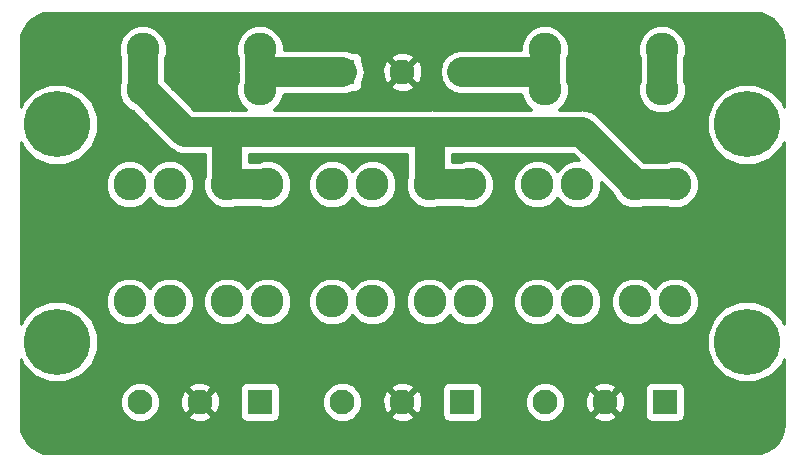
<source format=gtl>
G04 #@! TF.GenerationSoftware,KiCad,Pcbnew,5.0.2+dfsg1-1*
G04 #@! TF.CreationDate,2022-05-27T08:30:11+09:00*
G04 #@! TF.ProjectId,car-fuse-box,6361722d-6675-4736-952d-626f782e6b69,rev?*
G04 #@! TF.SameCoordinates,Original*
G04 #@! TF.FileFunction,Copper,L1,Top*
G04 #@! TF.FilePolarity,Positive*
%FSLAX46Y46*%
G04 Gerber Fmt 4.6, Leading zero omitted, Abs format (unit mm)*
G04 Created by KiCad (PCBNEW 5.0.2+dfsg1-1) date Fri 27 May 2022 08:30:11 AM JST*
%MOMM*%
%LPD*%
G01*
G04 APERTURE LIST*
G04 #@! TA.AperFunction,ComponentPad*
%ADD10C,2.780000*%
G04 #@! TD*
G04 #@! TA.AperFunction,ComponentPad*
%ADD11R,2.100000X2.100000*%
G04 #@! TD*
G04 #@! TA.AperFunction,ComponentPad*
%ADD12C,2.100000*%
G04 #@! TD*
G04 #@! TA.AperFunction,ComponentPad*
%ADD13C,5.600000*%
G04 #@! TD*
G04 #@! TA.AperFunction,ViaPad*
%ADD14C,0.800000*%
G04 #@! TD*
G04 #@! TA.AperFunction,Conductor*
%ADD15C,2.500000*%
G04 #@! TD*
G04 #@! TA.AperFunction,Conductor*
%ADD16C,0.254000*%
G04 #@! TD*
G04 APERTURE END LIST*
D10*
G04 #@! TO.P,F1,1*
G04 #@! TO.N,ACC*
X140730000Y-56740000D03*
X140730000Y-53340000D03*
G04 #@! TO.P,F1,2*
G04 #@! TO.N,Net-(F1-Pad2)*
X130810000Y-56740000D03*
X130810000Y-53340000D03*
G04 #@! TD*
G04 #@! TO.P,F2,2*
G04 #@! TO.N,Net-(F2-Pad2)*
X106680000Y-56740000D03*
X106680000Y-53340000D03*
G04 #@! TO.P,F2,1*
G04 #@! TO.N,BATT*
X96760000Y-56740000D03*
X96760000Y-53340000D03*
G04 #@! TD*
G04 #@! TO.P,F3,1*
G04 #@! TO.N,ACC*
X99060000Y-64770000D03*
X95660000Y-64770000D03*
G04 #@! TO.P,F3,2*
G04 #@! TO.N,Net-(F3-Pad2)*
X99060000Y-74690000D03*
X95660000Y-74690000D03*
G04 #@! TD*
G04 #@! TO.P,F4,2*
G04 #@! TO.N,Net-(F4-Pad2)*
X103915000Y-74690000D03*
X107315000Y-74690000D03*
G04 #@! TO.P,F4,1*
G04 #@! TO.N,BATT*
X103915000Y-64770000D03*
X107315000Y-64770000D03*
G04 #@! TD*
G04 #@! TO.P,F5,1*
G04 #@! TO.N,ACC*
X116205000Y-64770000D03*
X112805000Y-64770000D03*
G04 #@! TO.P,F5,2*
G04 #@! TO.N,Net-(F5-Pad2)*
X116205000Y-74690000D03*
X112805000Y-74690000D03*
G04 #@! TD*
G04 #@! TO.P,F6,2*
G04 #@! TO.N,Net-(F6-Pad2)*
X121060000Y-74690000D03*
X124460000Y-74690000D03*
G04 #@! TO.P,F6,1*
G04 #@! TO.N,BATT*
X121060000Y-64770000D03*
X124460000Y-64770000D03*
G04 #@! TD*
G04 #@! TO.P,F7,1*
G04 #@! TO.N,ACC*
X133575000Y-64770000D03*
X130175000Y-64770000D03*
G04 #@! TO.P,F7,2*
G04 #@! TO.N,Net-(F7-Pad2)*
X133575000Y-74690000D03*
X130175000Y-74690000D03*
G04 #@! TD*
G04 #@! TO.P,F8,2*
G04 #@! TO.N,Net-(F8-Pad2)*
X138430000Y-74690000D03*
X141830000Y-74690000D03*
G04 #@! TO.P,F8,1*
G04 #@! TO.N,BATT*
X138430000Y-64770000D03*
X141830000Y-64770000D03*
G04 #@! TD*
D11*
G04 #@! TO.P,J1,1*
G04 #@! TO.N,Net-(F2-Pad2)*
X113665000Y-55245000D03*
D12*
G04 #@! TO.P,J1,2*
G04 #@! TO.N,GND*
X118745000Y-55245000D03*
G04 #@! TO.P,J1,3*
G04 #@! TO.N,Net-(F1-Pad2)*
X123825000Y-55245000D03*
G04 #@! TD*
G04 #@! TO.P,J2,3*
G04 #@! TO.N,Net-(F3-Pad2)*
X96520000Y-83185000D03*
G04 #@! TO.P,J2,2*
G04 #@! TO.N,GND*
X101600000Y-83185000D03*
D11*
G04 #@! TO.P,J2,1*
G04 #@! TO.N,Net-(F4-Pad2)*
X106680000Y-83185000D03*
G04 #@! TD*
G04 #@! TO.P,J3,1*
G04 #@! TO.N,Net-(F6-Pad2)*
X123825000Y-83185000D03*
D12*
G04 #@! TO.P,J3,2*
G04 #@! TO.N,GND*
X118745000Y-83185000D03*
G04 #@! TO.P,J3,3*
G04 #@! TO.N,Net-(F5-Pad2)*
X113665000Y-83185000D03*
G04 #@! TD*
G04 #@! TO.P,J4,3*
G04 #@! TO.N,Net-(F7-Pad2)*
X130810000Y-83185000D03*
G04 #@! TO.P,J4,2*
G04 #@! TO.N,GND*
X135890000Y-83185000D03*
D11*
G04 #@! TO.P,J4,1*
G04 #@! TO.N,Net-(F8-Pad2)*
X140970000Y-83185000D03*
G04 #@! TD*
D13*
G04 #@! TO.P,REF\002A\002A,1*
G04 #@! TO.N,N/C*
X147955000Y-59690000D03*
G04 #@! TD*
G04 #@! TO.P,REF\002A\002A,1*
G04 #@! TO.N,N/C*
X89535000Y-59690000D03*
G04 #@! TD*
G04 #@! TO.P,REF\002A\002A,1*
G04 #@! TO.N,N/C*
X147955000Y-78105000D03*
G04 #@! TD*
G04 #@! TO.P,REF\002A\002A,1*
G04 #@! TO.N,N/C*
X89535000Y-78105000D03*
G04 #@! TD*
D14*
G04 #@! TO.N,GND*
X118745000Y-52070000D03*
G04 #@! TD*
D15*
G04 #@! TO.N,Net-(F1-Pad2)*
X130810000Y-53340000D02*
X130810000Y-56740000D01*
X123825000Y-55245000D02*
X130810000Y-55245000D01*
G04 #@! TO.N,ACC*
X140730000Y-53340000D02*
X140730000Y-56740000D01*
G04 #@! TO.N,Net-(F2-Pad2)*
X106680000Y-53340000D02*
X106680000Y-56740000D01*
X113665000Y-55245000D02*
X106680000Y-55245000D01*
G04 #@! TO.N,BATT*
X96760000Y-53340000D02*
X96760000Y-56740000D01*
X98149999Y-58129999D02*
X98149999Y-58144999D01*
X96760000Y-56740000D02*
X98149999Y-58129999D01*
X98149999Y-58144999D02*
X100330000Y-60325000D01*
X133985000Y-60325000D02*
X138430000Y-64770000D01*
X121060000Y-64770000D02*
X121060000Y-60550000D01*
X121060000Y-60550000D02*
X121285000Y-60325000D01*
X121285000Y-60325000D02*
X133985000Y-60325000D01*
X103915000Y-60550000D02*
X104140000Y-60325000D01*
X103915000Y-64770000D02*
X103915000Y-60550000D01*
X100330000Y-60325000D02*
X104140000Y-60325000D01*
X104140000Y-60325000D02*
X121285000Y-60325000D01*
X103915000Y-64770000D02*
X107315000Y-64770000D01*
X121060000Y-64770000D02*
X124460000Y-64770000D01*
X138430000Y-64770000D02*
X141830000Y-64770000D01*
G04 #@! TD*
D16*
G04 #@! TO.N,GND*
G36*
X149135130Y-50305599D02*
X149653168Y-50485998D01*
X150118365Y-50776686D01*
X150507597Y-51163210D01*
X150801525Y-51626367D01*
X150985538Y-52143134D01*
X151055001Y-52725666D01*
X151055001Y-58197976D01*
X150867053Y-57744229D01*
X149900771Y-56777947D01*
X148638264Y-56255000D01*
X147271736Y-56255000D01*
X146009229Y-56777947D01*
X145042947Y-57744229D01*
X144520000Y-59006736D01*
X144520000Y-60373264D01*
X145042947Y-61635771D01*
X146009229Y-62602053D01*
X147271736Y-63125000D01*
X148638264Y-63125000D01*
X149900771Y-62602053D01*
X150867053Y-61635771D01*
X151055001Y-61182026D01*
X151055000Y-76612974D01*
X150867053Y-76159229D01*
X149900771Y-75192947D01*
X148638264Y-74670000D01*
X147271736Y-74670000D01*
X146009229Y-75192947D01*
X145042947Y-76159229D01*
X144520000Y-77421736D01*
X144520000Y-78788264D01*
X145042947Y-80050771D01*
X146009229Y-81017053D01*
X147271736Y-81540000D01*
X148638264Y-81540000D01*
X149900771Y-81017053D01*
X150867053Y-80050771D01*
X151055000Y-79597026D01*
X151055000Y-85050307D01*
X150989401Y-85635130D01*
X150809003Y-86153165D01*
X150518315Y-86618364D01*
X150131790Y-87007597D01*
X149668633Y-87301525D01*
X149151865Y-87485538D01*
X148569342Y-87555000D01*
X88939693Y-87555000D01*
X88354870Y-87489401D01*
X87836835Y-87309003D01*
X87371636Y-87018315D01*
X86982403Y-86631790D01*
X86688475Y-86168633D01*
X86504462Y-85651865D01*
X86435000Y-85069342D01*
X86435000Y-82849833D01*
X94835000Y-82849833D01*
X94835000Y-83520167D01*
X95091526Y-84139476D01*
X95565524Y-84613474D01*
X96184833Y-84870000D01*
X96855167Y-84870000D01*
X97474476Y-84613474D01*
X97714247Y-84373703D01*
X100590902Y-84373703D01*
X100695687Y-84645745D01*
X101323526Y-84880619D01*
X101993456Y-84857349D01*
X102504313Y-84645745D01*
X102609098Y-84373703D01*
X101600000Y-83364605D01*
X100590902Y-84373703D01*
X97714247Y-84373703D01*
X97948474Y-84139476D01*
X98205000Y-83520167D01*
X98205000Y-82908526D01*
X99904381Y-82908526D01*
X99927651Y-83578456D01*
X100139255Y-84089313D01*
X100411297Y-84194098D01*
X101420395Y-83185000D01*
X101779605Y-83185000D01*
X102788703Y-84194098D01*
X103060745Y-84089313D01*
X103295619Y-83461474D01*
X103272349Y-82791544D01*
X103060745Y-82280687D01*
X102788703Y-82175902D01*
X101779605Y-83185000D01*
X101420395Y-83185000D01*
X100411297Y-82175902D01*
X100139255Y-82280687D01*
X99904381Y-82908526D01*
X98205000Y-82908526D01*
X98205000Y-82849833D01*
X97948474Y-82230524D01*
X97714247Y-81996297D01*
X100590902Y-81996297D01*
X101600000Y-83005395D01*
X102470395Y-82135000D01*
X104982560Y-82135000D01*
X104982560Y-84235000D01*
X105031843Y-84482765D01*
X105172191Y-84692809D01*
X105382235Y-84833157D01*
X105630000Y-84882440D01*
X107730000Y-84882440D01*
X107977765Y-84833157D01*
X108187809Y-84692809D01*
X108328157Y-84482765D01*
X108377440Y-84235000D01*
X108377440Y-82849833D01*
X111980000Y-82849833D01*
X111980000Y-83520167D01*
X112236526Y-84139476D01*
X112710524Y-84613474D01*
X113329833Y-84870000D01*
X114000167Y-84870000D01*
X114619476Y-84613474D01*
X114859247Y-84373703D01*
X117735902Y-84373703D01*
X117840687Y-84645745D01*
X118468526Y-84880619D01*
X119138456Y-84857349D01*
X119649313Y-84645745D01*
X119754098Y-84373703D01*
X118745000Y-83364605D01*
X117735902Y-84373703D01*
X114859247Y-84373703D01*
X115093474Y-84139476D01*
X115350000Y-83520167D01*
X115350000Y-82908526D01*
X117049381Y-82908526D01*
X117072651Y-83578456D01*
X117284255Y-84089313D01*
X117556297Y-84194098D01*
X118565395Y-83185000D01*
X118924605Y-83185000D01*
X119933703Y-84194098D01*
X120205745Y-84089313D01*
X120440619Y-83461474D01*
X120417349Y-82791544D01*
X120205745Y-82280687D01*
X119933703Y-82175902D01*
X118924605Y-83185000D01*
X118565395Y-83185000D01*
X117556297Y-82175902D01*
X117284255Y-82280687D01*
X117049381Y-82908526D01*
X115350000Y-82908526D01*
X115350000Y-82849833D01*
X115093474Y-82230524D01*
X114859247Y-81996297D01*
X117735902Y-81996297D01*
X118745000Y-83005395D01*
X119615395Y-82135000D01*
X122127560Y-82135000D01*
X122127560Y-84235000D01*
X122176843Y-84482765D01*
X122317191Y-84692809D01*
X122527235Y-84833157D01*
X122775000Y-84882440D01*
X124875000Y-84882440D01*
X125122765Y-84833157D01*
X125332809Y-84692809D01*
X125473157Y-84482765D01*
X125522440Y-84235000D01*
X125522440Y-82849833D01*
X129125000Y-82849833D01*
X129125000Y-83520167D01*
X129381526Y-84139476D01*
X129855524Y-84613474D01*
X130474833Y-84870000D01*
X131145167Y-84870000D01*
X131764476Y-84613474D01*
X132004247Y-84373703D01*
X134880902Y-84373703D01*
X134985687Y-84645745D01*
X135613526Y-84880619D01*
X136283456Y-84857349D01*
X136794313Y-84645745D01*
X136899098Y-84373703D01*
X135890000Y-83364605D01*
X134880902Y-84373703D01*
X132004247Y-84373703D01*
X132238474Y-84139476D01*
X132495000Y-83520167D01*
X132495000Y-82908526D01*
X134194381Y-82908526D01*
X134217651Y-83578456D01*
X134429255Y-84089313D01*
X134701297Y-84194098D01*
X135710395Y-83185000D01*
X136069605Y-83185000D01*
X137078703Y-84194098D01*
X137350745Y-84089313D01*
X137585619Y-83461474D01*
X137562349Y-82791544D01*
X137350745Y-82280687D01*
X137078703Y-82175902D01*
X136069605Y-83185000D01*
X135710395Y-83185000D01*
X134701297Y-82175902D01*
X134429255Y-82280687D01*
X134194381Y-82908526D01*
X132495000Y-82908526D01*
X132495000Y-82849833D01*
X132238474Y-82230524D01*
X132004247Y-81996297D01*
X134880902Y-81996297D01*
X135890000Y-83005395D01*
X136760395Y-82135000D01*
X139272560Y-82135000D01*
X139272560Y-84235000D01*
X139321843Y-84482765D01*
X139462191Y-84692809D01*
X139672235Y-84833157D01*
X139920000Y-84882440D01*
X142020000Y-84882440D01*
X142267765Y-84833157D01*
X142477809Y-84692809D01*
X142618157Y-84482765D01*
X142667440Y-84235000D01*
X142667440Y-82135000D01*
X142618157Y-81887235D01*
X142477809Y-81677191D01*
X142267765Y-81536843D01*
X142020000Y-81487560D01*
X139920000Y-81487560D01*
X139672235Y-81536843D01*
X139462191Y-81677191D01*
X139321843Y-81887235D01*
X139272560Y-82135000D01*
X136760395Y-82135000D01*
X136899098Y-81996297D01*
X136794313Y-81724255D01*
X136166474Y-81489381D01*
X135496544Y-81512651D01*
X134985687Y-81724255D01*
X134880902Y-81996297D01*
X132004247Y-81996297D01*
X131764476Y-81756526D01*
X131145167Y-81500000D01*
X130474833Y-81500000D01*
X129855524Y-81756526D01*
X129381526Y-82230524D01*
X129125000Y-82849833D01*
X125522440Y-82849833D01*
X125522440Y-82135000D01*
X125473157Y-81887235D01*
X125332809Y-81677191D01*
X125122765Y-81536843D01*
X124875000Y-81487560D01*
X122775000Y-81487560D01*
X122527235Y-81536843D01*
X122317191Y-81677191D01*
X122176843Y-81887235D01*
X122127560Y-82135000D01*
X119615395Y-82135000D01*
X119754098Y-81996297D01*
X119649313Y-81724255D01*
X119021474Y-81489381D01*
X118351544Y-81512651D01*
X117840687Y-81724255D01*
X117735902Y-81996297D01*
X114859247Y-81996297D01*
X114619476Y-81756526D01*
X114000167Y-81500000D01*
X113329833Y-81500000D01*
X112710524Y-81756526D01*
X112236526Y-82230524D01*
X111980000Y-82849833D01*
X108377440Y-82849833D01*
X108377440Y-82135000D01*
X108328157Y-81887235D01*
X108187809Y-81677191D01*
X107977765Y-81536843D01*
X107730000Y-81487560D01*
X105630000Y-81487560D01*
X105382235Y-81536843D01*
X105172191Y-81677191D01*
X105031843Y-81887235D01*
X104982560Y-82135000D01*
X102470395Y-82135000D01*
X102609098Y-81996297D01*
X102504313Y-81724255D01*
X101876474Y-81489381D01*
X101206544Y-81512651D01*
X100695687Y-81724255D01*
X100590902Y-81996297D01*
X97714247Y-81996297D01*
X97474476Y-81756526D01*
X96855167Y-81500000D01*
X96184833Y-81500000D01*
X95565524Y-81756526D01*
X95091526Y-82230524D01*
X94835000Y-82849833D01*
X86435000Y-82849833D01*
X86435000Y-79597026D01*
X86622947Y-80050771D01*
X87589229Y-81017053D01*
X88851736Y-81540000D01*
X90218264Y-81540000D01*
X91480771Y-81017053D01*
X92447053Y-80050771D01*
X92970000Y-78788264D01*
X92970000Y-77421736D01*
X92447053Y-76159229D01*
X91480771Y-75192947D01*
X90218264Y-74670000D01*
X88851736Y-74670000D01*
X87589229Y-75192947D01*
X86622947Y-76159229D01*
X86435000Y-76612974D01*
X86435000Y-74287202D01*
X93635000Y-74287202D01*
X93635000Y-75092798D01*
X93943288Y-75837070D01*
X94512930Y-76406712D01*
X95257202Y-76715000D01*
X96062798Y-76715000D01*
X96807070Y-76406712D01*
X97360000Y-75853782D01*
X97912930Y-76406712D01*
X98657202Y-76715000D01*
X99462798Y-76715000D01*
X100207070Y-76406712D01*
X100776712Y-75837070D01*
X101085000Y-75092798D01*
X101085000Y-74287202D01*
X101890000Y-74287202D01*
X101890000Y-75092798D01*
X102198288Y-75837070D01*
X102767930Y-76406712D01*
X103512202Y-76715000D01*
X104317798Y-76715000D01*
X105062070Y-76406712D01*
X105615000Y-75853782D01*
X106167930Y-76406712D01*
X106912202Y-76715000D01*
X107717798Y-76715000D01*
X108462070Y-76406712D01*
X109031712Y-75837070D01*
X109340000Y-75092798D01*
X109340000Y-74287202D01*
X110780000Y-74287202D01*
X110780000Y-75092798D01*
X111088288Y-75837070D01*
X111657930Y-76406712D01*
X112402202Y-76715000D01*
X113207798Y-76715000D01*
X113952070Y-76406712D01*
X114505000Y-75853782D01*
X115057930Y-76406712D01*
X115802202Y-76715000D01*
X116607798Y-76715000D01*
X117352070Y-76406712D01*
X117921712Y-75837070D01*
X118230000Y-75092798D01*
X118230000Y-74287202D01*
X119035000Y-74287202D01*
X119035000Y-75092798D01*
X119343288Y-75837070D01*
X119912930Y-76406712D01*
X120657202Y-76715000D01*
X121462798Y-76715000D01*
X122207070Y-76406712D01*
X122760000Y-75853782D01*
X123312930Y-76406712D01*
X124057202Y-76715000D01*
X124862798Y-76715000D01*
X125607070Y-76406712D01*
X126176712Y-75837070D01*
X126485000Y-75092798D01*
X126485000Y-74287202D01*
X128150000Y-74287202D01*
X128150000Y-75092798D01*
X128458288Y-75837070D01*
X129027930Y-76406712D01*
X129772202Y-76715000D01*
X130577798Y-76715000D01*
X131322070Y-76406712D01*
X131875000Y-75853782D01*
X132427930Y-76406712D01*
X133172202Y-76715000D01*
X133977798Y-76715000D01*
X134722070Y-76406712D01*
X135291712Y-75837070D01*
X135600000Y-75092798D01*
X135600000Y-74287202D01*
X136405000Y-74287202D01*
X136405000Y-75092798D01*
X136713288Y-75837070D01*
X137282930Y-76406712D01*
X138027202Y-76715000D01*
X138832798Y-76715000D01*
X139577070Y-76406712D01*
X140130000Y-75853782D01*
X140682930Y-76406712D01*
X141427202Y-76715000D01*
X142232798Y-76715000D01*
X142977070Y-76406712D01*
X143546712Y-75837070D01*
X143855000Y-75092798D01*
X143855000Y-74287202D01*
X143546712Y-73542930D01*
X142977070Y-72973288D01*
X142232798Y-72665000D01*
X141427202Y-72665000D01*
X140682930Y-72973288D01*
X140130000Y-73526218D01*
X139577070Y-72973288D01*
X138832798Y-72665000D01*
X138027202Y-72665000D01*
X137282930Y-72973288D01*
X136713288Y-73542930D01*
X136405000Y-74287202D01*
X135600000Y-74287202D01*
X135291712Y-73542930D01*
X134722070Y-72973288D01*
X133977798Y-72665000D01*
X133172202Y-72665000D01*
X132427930Y-72973288D01*
X131875000Y-73526218D01*
X131322070Y-72973288D01*
X130577798Y-72665000D01*
X129772202Y-72665000D01*
X129027930Y-72973288D01*
X128458288Y-73542930D01*
X128150000Y-74287202D01*
X126485000Y-74287202D01*
X126176712Y-73542930D01*
X125607070Y-72973288D01*
X124862798Y-72665000D01*
X124057202Y-72665000D01*
X123312930Y-72973288D01*
X122760000Y-73526218D01*
X122207070Y-72973288D01*
X121462798Y-72665000D01*
X120657202Y-72665000D01*
X119912930Y-72973288D01*
X119343288Y-73542930D01*
X119035000Y-74287202D01*
X118230000Y-74287202D01*
X117921712Y-73542930D01*
X117352070Y-72973288D01*
X116607798Y-72665000D01*
X115802202Y-72665000D01*
X115057930Y-72973288D01*
X114505000Y-73526218D01*
X113952070Y-72973288D01*
X113207798Y-72665000D01*
X112402202Y-72665000D01*
X111657930Y-72973288D01*
X111088288Y-73542930D01*
X110780000Y-74287202D01*
X109340000Y-74287202D01*
X109031712Y-73542930D01*
X108462070Y-72973288D01*
X107717798Y-72665000D01*
X106912202Y-72665000D01*
X106167930Y-72973288D01*
X105615000Y-73526218D01*
X105062070Y-72973288D01*
X104317798Y-72665000D01*
X103512202Y-72665000D01*
X102767930Y-72973288D01*
X102198288Y-73542930D01*
X101890000Y-74287202D01*
X101085000Y-74287202D01*
X100776712Y-73542930D01*
X100207070Y-72973288D01*
X99462798Y-72665000D01*
X98657202Y-72665000D01*
X97912930Y-72973288D01*
X97360000Y-73526218D01*
X96807070Y-72973288D01*
X96062798Y-72665000D01*
X95257202Y-72665000D01*
X94512930Y-72973288D01*
X93943288Y-73542930D01*
X93635000Y-74287202D01*
X86435000Y-74287202D01*
X86435000Y-64367202D01*
X93635000Y-64367202D01*
X93635000Y-65172798D01*
X93943288Y-65917070D01*
X94512930Y-66486712D01*
X95257202Y-66795000D01*
X96062798Y-66795000D01*
X96807070Y-66486712D01*
X97360000Y-65933782D01*
X97912930Y-66486712D01*
X98657202Y-66795000D01*
X99462798Y-66795000D01*
X100207070Y-66486712D01*
X100776712Y-65917070D01*
X101085000Y-65172798D01*
X101085000Y-64367202D01*
X100776712Y-63622930D01*
X100207070Y-63053288D01*
X99462798Y-62745000D01*
X98657202Y-62745000D01*
X97912930Y-63053288D01*
X97360000Y-63606218D01*
X96807070Y-63053288D01*
X96062798Y-62745000D01*
X95257202Y-62745000D01*
X94512930Y-63053288D01*
X93943288Y-63622930D01*
X93635000Y-64367202D01*
X86435000Y-64367202D01*
X86435000Y-61182026D01*
X86622947Y-61635771D01*
X87589229Y-62602053D01*
X88851736Y-63125000D01*
X90218264Y-63125000D01*
X91480771Y-62602053D01*
X92447053Y-61635771D01*
X92970000Y-60373264D01*
X92970000Y-59006736D01*
X92447053Y-57744229D01*
X91480771Y-56777947D01*
X90218264Y-56255000D01*
X88851736Y-56255000D01*
X87589229Y-56777947D01*
X86622947Y-57744229D01*
X86435000Y-58197974D01*
X86435000Y-52937202D01*
X94735000Y-52937202D01*
X94735000Y-53742798D01*
X94875000Y-54080788D01*
X94875001Y-55999211D01*
X94735000Y-56337202D01*
X94735000Y-57142798D01*
X95043288Y-57887070D01*
X95612930Y-58456712D01*
X95950920Y-58596712D01*
X96655619Y-59301411D01*
X96790990Y-59504008D01*
X96948381Y-59609173D01*
X98865827Y-61526620D01*
X98970991Y-61684009D01*
X99128380Y-61789173D01*
X99128381Y-61789174D01*
X99307727Y-61909009D01*
X99594510Y-62100631D01*
X100144345Y-62210000D01*
X100144350Y-62210000D01*
X100330000Y-62246928D01*
X100515650Y-62210000D01*
X102030001Y-62210000D01*
X102030000Y-64029212D01*
X101890000Y-64367202D01*
X101890000Y-65172798D01*
X102198288Y-65917070D01*
X102767930Y-66486712D01*
X103512202Y-66795000D01*
X104317798Y-66795000D01*
X104655787Y-66655000D01*
X106574213Y-66655000D01*
X106912202Y-66795000D01*
X107717798Y-66795000D01*
X108462070Y-66486712D01*
X109031712Y-65917070D01*
X109340000Y-65172798D01*
X109340000Y-64367202D01*
X110780000Y-64367202D01*
X110780000Y-65172798D01*
X111088288Y-65917070D01*
X111657930Y-66486712D01*
X112402202Y-66795000D01*
X113207798Y-66795000D01*
X113952070Y-66486712D01*
X114505000Y-65933782D01*
X115057930Y-66486712D01*
X115802202Y-66795000D01*
X116607798Y-66795000D01*
X117352070Y-66486712D01*
X117921712Y-65917070D01*
X118230000Y-65172798D01*
X118230000Y-64367202D01*
X117921712Y-63622930D01*
X117352070Y-63053288D01*
X116607798Y-62745000D01*
X115802202Y-62745000D01*
X115057930Y-63053288D01*
X114505000Y-63606218D01*
X113952070Y-63053288D01*
X113207798Y-62745000D01*
X112402202Y-62745000D01*
X111657930Y-63053288D01*
X111088288Y-63622930D01*
X110780000Y-64367202D01*
X109340000Y-64367202D01*
X109031712Y-63622930D01*
X108462070Y-63053288D01*
X107717798Y-62745000D01*
X106912202Y-62745000D01*
X106574213Y-62885000D01*
X105800000Y-62885000D01*
X105800000Y-62210000D01*
X119175001Y-62210000D01*
X119175000Y-64029212D01*
X119035000Y-64367202D01*
X119035000Y-65172798D01*
X119343288Y-65917070D01*
X119912930Y-66486712D01*
X120657202Y-66795000D01*
X121462798Y-66795000D01*
X121800787Y-66655000D01*
X123719213Y-66655000D01*
X124057202Y-66795000D01*
X124862798Y-66795000D01*
X125607070Y-66486712D01*
X126176712Y-65917070D01*
X126485000Y-65172798D01*
X126485000Y-64367202D01*
X126176712Y-63622930D01*
X125607070Y-63053288D01*
X124862798Y-62745000D01*
X124057202Y-62745000D01*
X123719213Y-62885000D01*
X122945000Y-62885000D01*
X122945000Y-62210000D01*
X133204208Y-62210000D01*
X133739208Y-62745000D01*
X133172202Y-62745000D01*
X132427930Y-63053288D01*
X131875000Y-63606218D01*
X131322070Y-63053288D01*
X130577798Y-62745000D01*
X129772202Y-62745000D01*
X129027930Y-63053288D01*
X128458288Y-63622930D01*
X128150000Y-64367202D01*
X128150000Y-65172798D01*
X128458288Y-65917070D01*
X129027930Y-66486712D01*
X129772202Y-66795000D01*
X130577798Y-66795000D01*
X131322070Y-66486712D01*
X131875000Y-65933782D01*
X132427930Y-66486712D01*
X133172202Y-66795000D01*
X133977798Y-66795000D01*
X134722070Y-66486712D01*
X135291712Y-65917070D01*
X135600000Y-65172798D01*
X135600000Y-64605792D01*
X136573288Y-65579080D01*
X136713288Y-65917070D01*
X137282930Y-66486712D01*
X138027202Y-66795000D01*
X138832798Y-66795000D01*
X139170787Y-66655000D01*
X141089213Y-66655000D01*
X141427202Y-66795000D01*
X142232798Y-66795000D01*
X142977070Y-66486712D01*
X143546712Y-65917070D01*
X143855000Y-65172798D01*
X143855000Y-64367202D01*
X143546712Y-63622930D01*
X142977070Y-63053288D01*
X142232798Y-62745000D01*
X141427202Y-62745000D01*
X141089213Y-62885000D01*
X139210792Y-62885000D01*
X135449175Y-59123383D01*
X135344009Y-58965991D01*
X134720490Y-58549369D01*
X134170655Y-58440000D01*
X134170650Y-58440000D01*
X133985000Y-58403072D01*
X133799350Y-58440000D01*
X131973782Y-58440000D01*
X132526712Y-57887070D01*
X132835000Y-57142798D01*
X132835000Y-56337202D01*
X132695000Y-55999213D01*
X132695000Y-55430655D01*
X132731929Y-55245000D01*
X132695000Y-55059345D01*
X132695000Y-54080787D01*
X132835000Y-53742798D01*
X132835000Y-52937202D01*
X138705000Y-52937202D01*
X138705000Y-53742798D01*
X138845000Y-54080788D01*
X138845001Y-55999211D01*
X138705000Y-56337202D01*
X138705000Y-57142798D01*
X139013288Y-57887070D01*
X139582930Y-58456712D01*
X140327202Y-58765000D01*
X141132798Y-58765000D01*
X141877070Y-58456712D01*
X142446712Y-57887070D01*
X142755000Y-57142798D01*
X142755000Y-56337202D01*
X142615000Y-55999213D01*
X142615000Y-54080787D01*
X142755000Y-53742798D01*
X142755000Y-52937202D01*
X142446712Y-52192930D01*
X141877070Y-51623288D01*
X141132798Y-51315000D01*
X140327202Y-51315000D01*
X139582930Y-51623288D01*
X139013288Y-52192930D01*
X138705000Y-52937202D01*
X132835000Y-52937202D01*
X132526712Y-52192930D01*
X131957070Y-51623288D01*
X131212798Y-51315000D01*
X130407202Y-51315000D01*
X129662930Y-51623288D01*
X129093288Y-52192930D01*
X128785000Y-52937202D01*
X128785000Y-53360000D01*
X123639345Y-53360000D01*
X123089510Y-53469369D01*
X122465991Y-53885991D01*
X122049369Y-54509510D01*
X121903071Y-55245000D01*
X122049369Y-55980490D01*
X122465991Y-56604009D01*
X123089510Y-57020631D01*
X123639345Y-57130000D01*
X128785000Y-57130000D01*
X128785000Y-57142798D01*
X129093288Y-57887070D01*
X129646218Y-58440000D01*
X121470649Y-58440000D01*
X121284999Y-58403072D01*
X121099350Y-58440000D01*
X107843782Y-58440000D01*
X108396712Y-57887070D01*
X108705000Y-57142798D01*
X108705000Y-57130000D01*
X113850655Y-57130000D01*
X114400490Y-57020631D01*
X114517511Y-56942440D01*
X114715000Y-56942440D01*
X114962765Y-56893157D01*
X115172809Y-56752809D01*
X115313157Y-56542765D01*
X115334850Y-56433703D01*
X117735902Y-56433703D01*
X117840687Y-56705745D01*
X118468526Y-56940619D01*
X119138456Y-56917349D01*
X119649313Y-56705745D01*
X119754098Y-56433703D01*
X118745000Y-55424605D01*
X117735902Y-56433703D01*
X115334850Y-56433703D01*
X115362440Y-56295000D01*
X115362440Y-56097511D01*
X115440631Y-55980490D01*
X115586929Y-55245000D01*
X115531935Y-54968526D01*
X117049381Y-54968526D01*
X117072651Y-55638456D01*
X117284255Y-56149313D01*
X117556297Y-56254098D01*
X118565395Y-55245000D01*
X118924605Y-55245000D01*
X119933703Y-56254098D01*
X120205745Y-56149313D01*
X120440619Y-55521474D01*
X120417349Y-54851544D01*
X120205745Y-54340687D01*
X119933703Y-54235902D01*
X118924605Y-55245000D01*
X118565395Y-55245000D01*
X117556297Y-54235902D01*
X117284255Y-54340687D01*
X117049381Y-54968526D01*
X115531935Y-54968526D01*
X115440631Y-54509510D01*
X115362440Y-54392489D01*
X115362440Y-54195000D01*
X115334851Y-54056297D01*
X117735902Y-54056297D01*
X118745000Y-55065395D01*
X119754098Y-54056297D01*
X119649313Y-53784255D01*
X119021474Y-53549381D01*
X118351544Y-53572651D01*
X117840687Y-53784255D01*
X117735902Y-54056297D01*
X115334851Y-54056297D01*
X115313157Y-53947235D01*
X115172809Y-53737191D01*
X114962765Y-53596843D01*
X114715000Y-53547560D01*
X114517511Y-53547560D01*
X114400490Y-53469369D01*
X113850655Y-53360000D01*
X108705000Y-53360000D01*
X108705000Y-52937202D01*
X108396712Y-52192930D01*
X107827070Y-51623288D01*
X107082798Y-51315000D01*
X106277202Y-51315000D01*
X105532930Y-51623288D01*
X104963288Y-52192930D01*
X104655000Y-52937202D01*
X104655000Y-53742798D01*
X104795000Y-54080788D01*
X104795001Y-55059343D01*
X104758071Y-55245000D01*
X104795001Y-55430658D01*
X104795001Y-55999211D01*
X104655000Y-56337202D01*
X104655000Y-57142798D01*
X104963288Y-57887070D01*
X105516218Y-58440000D01*
X104325649Y-58440000D01*
X104139999Y-58403072D01*
X103954350Y-58440000D01*
X101110793Y-58440000D01*
X99644379Y-56973587D01*
X99509008Y-56770990D01*
X99351617Y-56665825D01*
X98645000Y-55959208D01*
X98645000Y-54080787D01*
X98785000Y-53742798D01*
X98785000Y-52937202D01*
X98476712Y-52192930D01*
X97907070Y-51623288D01*
X97162798Y-51315000D01*
X96357202Y-51315000D01*
X95612930Y-51623288D01*
X95043288Y-52192930D01*
X94735000Y-52937202D01*
X86435000Y-52937202D01*
X86435000Y-52744693D01*
X86500599Y-52159870D01*
X86680998Y-51641832D01*
X86971686Y-51176635D01*
X87358210Y-50787403D01*
X87821367Y-50493475D01*
X88338134Y-50309462D01*
X88920658Y-50240000D01*
X148550307Y-50240000D01*
X149135130Y-50305599D01*
X149135130Y-50305599D01*
G37*
X149135130Y-50305599D02*
X149653168Y-50485998D01*
X150118365Y-50776686D01*
X150507597Y-51163210D01*
X150801525Y-51626367D01*
X150985538Y-52143134D01*
X151055001Y-52725666D01*
X151055001Y-58197976D01*
X150867053Y-57744229D01*
X149900771Y-56777947D01*
X148638264Y-56255000D01*
X147271736Y-56255000D01*
X146009229Y-56777947D01*
X145042947Y-57744229D01*
X144520000Y-59006736D01*
X144520000Y-60373264D01*
X145042947Y-61635771D01*
X146009229Y-62602053D01*
X147271736Y-63125000D01*
X148638264Y-63125000D01*
X149900771Y-62602053D01*
X150867053Y-61635771D01*
X151055001Y-61182026D01*
X151055000Y-76612974D01*
X150867053Y-76159229D01*
X149900771Y-75192947D01*
X148638264Y-74670000D01*
X147271736Y-74670000D01*
X146009229Y-75192947D01*
X145042947Y-76159229D01*
X144520000Y-77421736D01*
X144520000Y-78788264D01*
X145042947Y-80050771D01*
X146009229Y-81017053D01*
X147271736Y-81540000D01*
X148638264Y-81540000D01*
X149900771Y-81017053D01*
X150867053Y-80050771D01*
X151055000Y-79597026D01*
X151055000Y-85050307D01*
X150989401Y-85635130D01*
X150809003Y-86153165D01*
X150518315Y-86618364D01*
X150131790Y-87007597D01*
X149668633Y-87301525D01*
X149151865Y-87485538D01*
X148569342Y-87555000D01*
X88939693Y-87555000D01*
X88354870Y-87489401D01*
X87836835Y-87309003D01*
X87371636Y-87018315D01*
X86982403Y-86631790D01*
X86688475Y-86168633D01*
X86504462Y-85651865D01*
X86435000Y-85069342D01*
X86435000Y-82849833D01*
X94835000Y-82849833D01*
X94835000Y-83520167D01*
X95091526Y-84139476D01*
X95565524Y-84613474D01*
X96184833Y-84870000D01*
X96855167Y-84870000D01*
X97474476Y-84613474D01*
X97714247Y-84373703D01*
X100590902Y-84373703D01*
X100695687Y-84645745D01*
X101323526Y-84880619D01*
X101993456Y-84857349D01*
X102504313Y-84645745D01*
X102609098Y-84373703D01*
X101600000Y-83364605D01*
X100590902Y-84373703D01*
X97714247Y-84373703D01*
X97948474Y-84139476D01*
X98205000Y-83520167D01*
X98205000Y-82908526D01*
X99904381Y-82908526D01*
X99927651Y-83578456D01*
X100139255Y-84089313D01*
X100411297Y-84194098D01*
X101420395Y-83185000D01*
X101779605Y-83185000D01*
X102788703Y-84194098D01*
X103060745Y-84089313D01*
X103295619Y-83461474D01*
X103272349Y-82791544D01*
X103060745Y-82280687D01*
X102788703Y-82175902D01*
X101779605Y-83185000D01*
X101420395Y-83185000D01*
X100411297Y-82175902D01*
X100139255Y-82280687D01*
X99904381Y-82908526D01*
X98205000Y-82908526D01*
X98205000Y-82849833D01*
X97948474Y-82230524D01*
X97714247Y-81996297D01*
X100590902Y-81996297D01*
X101600000Y-83005395D01*
X102470395Y-82135000D01*
X104982560Y-82135000D01*
X104982560Y-84235000D01*
X105031843Y-84482765D01*
X105172191Y-84692809D01*
X105382235Y-84833157D01*
X105630000Y-84882440D01*
X107730000Y-84882440D01*
X107977765Y-84833157D01*
X108187809Y-84692809D01*
X108328157Y-84482765D01*
X108377440Y-84235000D01*
X108377440Y-82849833D01*
X111980000Y-82849833D01*
X111980000Y-83520167D01*
X112236526Y-84139476D01*
X112710524Y-84613474D01*
X113329833Y-84870000D01*
X114000167Y-84870000D01*
X114619476Y-84613474D01*
X114859247Y-84373703D01*
X117735902Y-84373703D01*
X117840687Y-84645745D01*
X118468526Y-84880619D01*
X119138456Y-84857349D01*
X119649313Y-84645745D01*
X119754098Y-84373703D01*
X118745000Y-83364605D01*
X117735902Y-84373703D01*
X114859247Y-84373703D01*
X115093474Y-84139476D01*
X115350000Y-83520167D01*
X115350000Y-82908526D01*
X117049381Y-82908526D01*
X117072651Y-83578456D01*
X117284255Y-84089313D01*
X117556297Y-84194098D01*
X118565395Y-83185000D01*
X118924605Y-83185000D01*
X119933703Y-84194098D01*
X120205745Y-84089313D01*
X120440619Y-83461474D01*
X120417349Y-82791544D01*
X120205745Y-82280687D01*
X119933703Y-82175902D01*
X118924605Y-83185000D01*
X118565395Y-83185000D01*
X117556297Y-82175902D01*
X117284255Y-82280687D01*
X117049381Y-82908526D01*
X115350000Y-82908526D01*
X115350000Y-82849833D01*
X115093474Y-82230524D01*
X114859247Y-81996297D01*
X117735902Y-81996297D01*
X118745000Y-83005395D01*
X119615395Y-82135000D01*
X122127560Y-82135000D01*
X122127560Y-84235000D01*
X122176843Y-84482765D01*
X122317191Y-84692809D01*
X122527235Y-84833157D01*
X122775000Y-84882440D01*
X124875000Y-84882440D01*
X125122765Y-84833157D01*
X125332809Y-84692809D01*
X125473157Y-84482765D01*
X125522440Y-84235000D01*
X125522440Y-82849833D01*
X129125000Y-82849833D01*
X129125000Y-83520167D01*
X129381526Y-84139476D01*
X129855524Y-84613474D01*
X130474833Y-84870000D01*
X131145167Y-84870000D01*
X131764476Y-84613474D01*
X132004247Y-84373703D01*
X134880902Y-84373703D01*
X134985687Y-84645745D01*
X135613526Y-84880619D01*
X136283456Y-84857349D01*
X136794313Y-84645745D01*
X136899098Y-84373703D01*
X135890000Y-83364605D01*
X134880902Y-84373703D01*
X132004247Y-84373703D01*
X132238474Y-84139476D01*
X132495000Y-83520167D01*
X132495000Y-82908526D01*
X134194381Y-82908526D01*
X134217651Y-83578456D01*
X134429255Y-84089313D01*
X134701297Y-84194098D01*
X135710395Y-83185000D01*
X136069605Y-83185000D01*
X137078703Y-84194098D01*
X137350745Y-84089313D01*
X137585619Y-83461474D01*
X137562349Y-82791544D01*
X137350745Y-82280687D01*
X137078703Y-82175902D01*
X136069605Y-83185000D01*
X135710395Y-83185000D01*
X134701297Y-82175902D01*
X134429255Y-82280687D01*
X134194381Y-82908526D01*
X132495000Y-82908526D01*
X132495000Y-82849833D01*
X132238474Y-82230524D01*
X132004247Y-81996297D01*
X134880902Y-81996297D01*
X135890000Y-83005395D01*
X136760395Y-82135000D01*
X139272560Y-82135000D01*
X139272560Y-84235000D01*
X139321843Y-84482765D01*
X139462191Y-84692809D01*
X139672235Y-84833157D01*
X139920000Y-84882440D01*
X142020000Y-84882440D01*
X142267765Y-84833157D01*
X142477809Y-84692809D01*
X142618157Y-84482765D01*
X142667440Y-84235000D01*
X142667440Y-82135000D01*
X142618157Y-81887235D01*
X142477809Y-81677191D01*
X142267765Y-81536843D01*
X142020000Y-81487560D01*
X139920000Y-81487560D01*
X139672235Y-81536843D01*
X139462191Y-81677191D01*
X139321843Y-81887235D01*
X139272560Y-82135000D01*
X136760395Y-82135000D01*
X136899098Y-81996297D01*
X136794313Y-81724255D01*
X136166474Y-81489381D01*
X135496544Y-81512651D01*
X134985687Y-81724255D01*
X134880902Y-81996297D01*
X132004247Y-81996297D01*
X131764476Y-81756526D01*
X131145167Y-81500000D01*
X130474833Y-81500000D01*
X129855524Y-81756526D01*
X129381526Y-82230524D01*
X129125000Y-82849833D01*
X125522440Y-82849833D01*
X125522440Y-82135000D01*
X125473157Y-81887235D01*
X125332809Y-81677191D01*
X125122765Y-81536843D01*
X124875000Y-81487560D01*
X122775000Y-81487560D01*
X122527235Y-81536843D01*
X122317191Y-81677191D01*
X122176843Y-81887235D01*
X122127560Y-82135000D01*
X119615395Y-82135000D01*
X119754098Y-81996297D01*
X119649313Y-81724255D01*
X119021474Y-81489381D01*
X118351544Y-81512651D01*
X117840687Y-81724255D01*
X117735902Y-81996297D01*
X114859247Y-81996297D01*
X114619476Y-81756526D01*
X114000167Y-81500000D01*
X113329833Y-81500000D01*
X112710524Y-81756526D01*
X112236526Y-82230524D01*
X111980000Y-82849833D01*
X108377440Y-82849833D01*
X108377440Y-82135000D01*
X108328157Y-81887235D01*
X108187809Y-81677191D01*
X107977765Y-81536843D01*
X107730000Y-81487560D01*
X105630000Y-81487560D01*
X105382235Y-81536843D01*
X105172191Y-81677191D01*
X105031843Y-81887235D01*
X104982560Y-82135000D01*
X102470395Y-82135000D01*
X102609098Y-81996297D01*
X102504313Y-81724255D01*
X101876474Y-81489381D01*
X101206544Y-81512651D01*
X100695687Y-81724255D01*
X100590902Y-81996297D01*
X97714247Y-81996297D01*
X97474476Y-81756526D01*
X96855167Y-81500000D01*
X96184833Y-81500000D01*
X95565524Y-81756526D01*
X95091526Y-82230524D01*
X94835000Y-82849833D01*
X86435000Y-82849833D01*
X86435000Y-79597026D01*
X86622947Y-80050771D01*
X87589229Y-81017053D01*
X88851736Y-81540000D01*
X90218264Y-81540000D01*
X91480771Y-81017053D01*
X92447053Y-80050771D01*
X92970000Y-78788264D01*
X92970000Y-77421736D01*
X92447053Y-76159229D01*
X91480771Y-75192947D01*
X90218264Y-74670000D01*
X88851736Y-74670000D01*
X87589229Y-75192947D01*
X86622947Y-76159229D01*
X86435000Y-76612974D01*
X86435000Y-74287202D01*
X93635000Y-74287202D01*
X93635000Y-75092798D01*
X93943288Y-75837070D01*
X94512930Y-76406712D01*
X95257202Y-76715000D01*
X96062798Y-76715000D01*
X96807070Y-76406712D01*
X97360000Y-75853782D01*
X97912930Y-76406712D01*
X98657202Y-76715000D01*
X99462798Y-76715000D01*
X100207070Y-76406712D01*
X100776712Y-75837070D01*
X101085000Y-75092798D01*
X101085000Y-74287202D01*
X101890000Y-74287202D01*
X101890000Y-75092798D01*
X102198288Y-75837070D01*
X102767930Y-76406712D01*
X103512202Y-76715000D01*
X104317798Y-76715000D01*
X105062070Y-76406712D01*
X105615000Y-75853782D01*
X106167930Y-76406712D01*
X106912202Y-76715000D01*
X107717798Y-76715000D01*
X108462070Y-76406712D01*
X109031712Y-75837070D01*
X109340000Y-75092798D01*
X109340000Y-74287202D01*
X110780000Y-74287202D01*
X110780000Y-75092798D01*
X111088288Y-75837070D01*
X111657930Y-76406712D01*
X112402202Y-76715000D01*
X113207798Y-76715000D01*
X113952070Y-76406712D01*
X114505000Y-75853782D01*
X115057930Y-76406712D01*
X115802202Y-76715000D01*
X116607798Y-76715000D01*
X117352070Y-76406712D01*
X117921712Y-75837070D01*
X118230000Y-75092798D01*
X118230000Y-74287202D01*
X119035000Y-74287202D01*
X119035000Y-75092798D01*
X119343288Y-75837070D01*
X119912930Y-76406712D01*
X120657202Y-76715000D01*
X121462798Y-76715000D01*
X122207070Y-76406712D01*
X122760000Y-75853782D01*
X123312930Y-76406712D01*
X124057202Y-76715000D01*
X124862798Y-76715000D01*
X125607070Y-76406712D01*
X126176712Y-75837070D01*
X126485000Y-75092798D01*
X126485000Y-74287202D01*
X128150000Y-74287202D01*
X128150000Y-75092798D01*
X128458288Y-75837070D01*
X129027930Y-76406712D01*
X129772202Y-76715000D01*
X130577798Y-76715000D01*
X131322070Y-76406712D01*
X131875000Y-75853782D01*
X132427930Y-76406712D01*
X133172202Y-76715000D01*
X133977798Y-76715000D01*
X134722070Y-76406712D01*
X135291712Y-75837070D01*
X135600000Y-75092798D01*
X135600000Y-74287202D01*
X136405000Y-74287202D01*
X136405000Y-75092798D01*
X136713288Y-75837070D01*
X137282930Y-76406712D01*
X138027202Y-76715000D01*
X138832798Y-76715000D01*
X139577070Y-76406712D01*
X140130000Y-75853782D01*
X140682930Y-76406712D01*
X141427202Y-76715000D01*
X142232798Y-76715000D01*
X142977070Y-76406712D01*
X143546712Y-75837070D01*
X143855000Y-75092798D01*
X143855000Y-74287202D01*
X143546712Y-73542930D01*
X142977070Y-72973288D01*
X142232798Y-72665000D01*
X141427202Y-72665000D01*
X140682930Y-72973288D01*
X140130000Y-73526218D01*
X139577070Y-72973288D01*
X138832798Y-72665000D01*
X138027202Y-72665000D01*
X137282930Y-72973288D01*
X136713288Y-73542930D01*
X136405000Y-74287202D01*
X135600000Y-74287202D01*
X135291712Y-73542930D01*
X134722070Y-72973288D01*
X133977798Y-72665000D01*
X133172202Y-72665000D01*
X132427930Y-72973288D01*
X131875000Y-73526218D01*
X131322070Y-72973288D01*
X130577798Y-72665000D01*
X129772202Y-72665000D01*
X129027930Y-72973288D01*
X128458288Y-73542930D01*
X128150000Y-74287202D01*
X126485000Y-74287202D01*
X126176712Y-73542930D01*
X125607070Y-72973288D01*
X124862798Y-72665000D01*
X124057202Y-72665000D01*
X123312930Y-72973288D01*
X122760000Y-73526218D01*
X122207070Y-72973288D01*
X121462798Y-72665000D01*
X120657202Y-72665000D01*
X119912930Y-72973288D01*
X119343288Y-73542930D01*
X119035000Y-74287202D01*
X118230000Y-74287202D01*
X117921712Y-73542930D01*
X117352070Y-72973288D01*
X116607798Y-72665000D01*
X115802202Y-72665000D01*
X115057930Y-72973288D01*
X114505000Y-73526218D01*
X113952070Y-72973288D01*
X113207798Y-72665000D01*
X112402202Y-72665000D01*
X111657930Y-72973288D01*
X111088288Y-73542930D01*
X110780000Y-74287202D01*
X109340000Y-74287202D01*
X109031712Y-73542930D01*
X108462070Y-72973288D01*
X107717798Y-72665000D01*
X106912202Y-72665000D01*
X106167930Y-72973288D01*
X105615000Y-73526218D01*
X105062070Y-72973288D01*
X104317798Y-72665000D01*
X103512202Y-72665000D01*
X102767930Y-72973288D01*
X102198288Y-73542930D01*
X101890000Y-74287202D01*
X101085000Y-74287202D01*
X100776712Y-73542930D01*
X100207070Y-72973288D01*
X99462798Y-72665000D01*
X98657202Y-72665000D01*
X97912930Y-72973288D01*
X97360000Y-73526218D01*
X96807070Y-72973288D01*
X96062798Y-72665000D01*
X95257202Y-72665000D01*
X94512930Y-72973288D01*
X93943288Y-73542930D01*
X93635000Y-74287202D01*
X86435000Y-74287202D01*
X86435000Y-64367202D01*
X93635000Y-64367202D01*
X93635000Y-65172798D01*
X93943288Y-65917070D01*
X94512930Y-66486712D01*
X95257202Y-66795000D01*
X96062798Y-66795000D01*
X96807070Y-66486712D01*
X97360000Y-65933782D01*
X97912930Y-66486712D01*
X98657202Y-66795000D01*
X99462798Y-66795000D01*
X100207070Y-66486712D01*
X100776712Y-65917070D01*
X101085000Y-65172798D01*
X101085000Y-64367202D01*
X100776712Y-63622930D01*
X100207070Y-63053288D01*
X99462798Y-62745000D01*
X98657202Y-62745000D01*
X97912930Y-63053288D01*
X97360000Y-63606218D01*
X96807070Y-63053288D01*
X96062798Y-62745000D01*
X95257202Y-62745000D01*
X94512930Y-63053288D01*
X93943288Y-63622930D01*
X93635000Y-64367202D01*
X86435000Y-64367202D01*
X86435000Y-61182026D01*
X86622947Y-61635771D01*
X87589229Y-62602053D01*
X88851736Y-63125000D01*
X90218264Y-63125000D01*
X91480771Y-62602053D01*
X92447053Y-61635771D01*
X92970000Y-60373264D01*
X92970000Y-59006736D01*
X92447053Y-57744229D01*
X91480771Y-56777947D01*
X90218264Y-56255000D01*
X88851736Y-56255000D01*
X87589229Y-56777947D01*
X86622947Y-57744229D01*
X86435000Y-58197974D01*
X86435000Y-52937202D01*
X94735000Y-52937202D01*
X94735000Y-53742798D01*
X94875000Y-54080788D01*
X94875001Y-55999211D01*
X94735000Y-56337202D01*
X94735000Y-57142798D01*
X95043288Y-57887070D01*
X95612930Y-58456712D01*
X95950920Y-58596712D01*
X96655619Y-59301411D01*
X96790990Y-59504008D01*
X96948381Y-59609173D01*
X98865827Y-61526620D01*
X98970991Y-61684009D01*
X99128380Y-61789173D01*
X99128381Y-61789174D01*
X99307727Y-61909009D01*
X99594510Y-62100631D01*
X100144345Y-62210000D01*
X100144350Y-62210000D01*
X100330000Y-62246928D01*
X100515650Y-62210000D01*
X102030001Y-62210000D01*
X102030000Y-64029212D01*
X101890000Y-64367202D01*
X101890000Y-65172798D01*
X102198288Y-65917070D01*
X102767930Y-66486712D01*
X103512202Y-66795000D01*
X104317798Y-66795000D01*
X104655787Y-66655000D01*
X106574213Y-66655000D01*
X106912202Y-66795000D01*
X107717798Y-66795000D01*
X108462070Y-66486712D01*
X109031712Y-65917070D01*
X109340000Y-65172798D01*
X109340000Y-64367202D01*
X110780000Y-64367202D01*
X110780000Y-65172798D01*
X111088288Y-65917070D01*
X111657930Y-66486712D01*
X112402202Y-66795000D01*
X113207798Y-66795000D01*
X113952070Y-66486712D01*
X114505000Y-65933782D01*
X115057930Y-66486712D01*
X115802202Y-66795000D01*
X116607798Y-66795000D01*
X117352070Y-66486712D01*
X117921712Y-65917070D01*
X118230000Y-65172798D01*
X118230000Y-64367202D01*
X117921712Y-63622930D01*
X117352070Y-63053288D01*
X116607798Y-62745000D01*
X115802202Y-62745000D01*
X115057930Y-63053288D01*
X114505000Y-63606218D01*
X113952070Y-63053288D01*
X113207798Y-62745000D01*
X112402202Y-62745000D01*
X111657930Y-63053288D01*
X111088288Y-63622930D01*
X110780000Y-64367202D01*
X109340000Y-64367202D01*
X109031712Y-63622930D01*
X108462070Y-63053288D01*
X107717798Y-62745000D01*
X106912202Y-62745000D01*
X106574213Y-62885000D01*
X105800000Y-62885000D01*
X105800000Y-62210000D01*
X119175001Y-62210000D01*
X119175000Y-64029212D01*
X119035000Y-64367202D01*
X119035000Y-65172798D01*
X119343288Y-65917070D01*
X119912930Y-66486712D01*
X120657202Y-66795000D01*
X121462798Y-66795000D01*
X121800787Y-66655000D01*
X123719213Y-66655000D01*
X124057202Y-66795000D01*
X124862798Y-66795000D01*
X125607070Y-66486712D01*
X126176712Y-65917070D01*
X126485000Y-65172798D01*
X126485000Y-64367202D01*
X126176712Y-63622930D01*
X125607070Y-63053288D01*
X124862798Y-62745000D01*
X124057202Y-62745000D01*
X123719213Y-62885000D01*
X122945000Y-62885000D01*
X122945000Y-62210000D01*
X133204208Y-62210000D01*
X133739208Y-62745000D01*
X133172202Y-62745000D01*
X132427930Y-63053288D01*
X131875000Y-63606218D01*
X131322070Y-63053288D01*
X130577798Y-62745000D01*
X129772202Y-62745000D01*
X129027930Y-63053288D01*
X128458288Y-63622930D01*
X128150000Y-64367202D01*
X128150000Y-65172798D01*
X128458288Y-65917070D01*
X129027930Y-66486712D01*
X129772202Y-66795000D01*
X130577798Y-66795000D01*
X131322070Y-66486712D01*
X131875000Y-65933782D01*
X132427930Y-66486712D01*
X133172202Y-66795000D01*
X133977798Y-66795000D01*
X134722070Y-66486712D01*
X135291712Y-65917070D01*
X135600000Y-65172798D01*
X135600000Y-64605792D01*
X136573288Y-65579080D01*
X136713288Y-65917070D01*
X137282930Y-66486712D01*
X138027202Y-66795000D01*
X138832798Y-66795000D01*
X139170787Y-66655000D01*
X141089213Y-66655000D01*
X141427202Y-66795000D01*
X142232798Y-66795000D01*
X142977070Y-66486712D01*
X143546712Y-65917070D01*
X143855000Y-65172798D01*
X143855000Y-64367202D01*
X143546712Y-63622930D01*
X142977070Y-63053288D01*
X142232798Y-62745000D01*
X141427202Y-62745000D01*
X141089213Y-62885000D01*
X139210792Y-62885000D01*
X135449175Y-59123383D01*
X135344009Y-58965991D01*
X134720490Y-58549369D01*
X134170655Y-58440000D01*
X134170650Y-58440000D01*
X133985000Y-58403072D01*
X133799350Y-58440000D01*
X131973782Y-58440000D01*
X132526712Y-57887070D01*
X132835000Y-57142798D01*
X132835000Y-56337202D01*
X132695000Y-55999213D01*
X132695000Y-55430655D01*
X132731929Y-55245000D01*
X132695000Y-55059345D01*
X132695000Y-54080787D01*
X132835000Y-53742798D01*
X132835000Y-52937202D01*
X138705000Y-52937202D01*
X138705000Y-53742798D01*
X138845000Y-54080788D01*
X138845001Y-55999211D01*
X138705000Y-56337202D01*
X138705000Y-57142798D01*
X139013288Y-57887070D01*
X139582930Y-58456712D01*
X140327202Y-58765000D01*
X141132798Y-58765000D01*
X141877070Y-58456712D01*
X142446712Y-57887070D01*
X142755000Y-57142798D01*
X142755000Y-56337202D01*
X142615000Y-55999213D01*
X142615000Y-54080787D01*
X142755000Y-53742798D01*
X142755000Y-52937202D01*
X142446712Y-52192930D01*
X141877070Y-51623288D01*
X141132798Y-51315000D01*
X140327202Y-51315000D01*
X139582930Y-51623288D01*
X139013288Y-52192930D01*
X138705000Y-52937202D01*
X132835000Y-52937202D01*
X132526712Y-52192930D01*
X131957070Y-51623288D01*
X131212798Y-51315000D01*
X130407202Y-51315000D01*
X129662930Y-51623288D01*
X129093288Y-52192930D01*
X128785000Y-52937202D01*
X128785000Y-53360000D01*
X123639345Y-53360000D01*
X123089510Y-53469369D01*
X122465991Y-53885991D01*
X122049369Y-54509510D01*
X121903071Y-55245000D01*
X122049369Y-55980490D01*
X122465991Y-56604009D01*
X123089510Y-57020631D01*
X123639345Y-57130000D01*
X128785000Y-57130000D01*
X128785000Y-57142798D01*
X129093288Y-57887070D01*
X129646218Y-58440000D01*
X121470649Y-58440000D01*
X121284999Y-58403072D01*
X121099350Y-58440000D01*
X107843782Y-58440000D01*
X108396712Y-57887070D01*
X108705000Y-57142798D01*
X108705000Y-57130000D01*
X113850655Y-57130000D01*
X114400490Y-57020631D01*
X114517511Y-56942440D01*
X114715000Y-56942440D01*
X114962765Y-56893157D01*
X115172809Y-56752809D01*
X115313157Y-56542765D01*
X115334850Y-56433703D01*
X117735902Y-56433703D01*
X117840687Y-56705745D01*
X118468526Y-56940619D01*
X119138456Y-56917349D01*
X119649313Y-56705745D01*
X119754098Y-56433703D01*
X118745000Y-55424605D01*
X117735902Y-56433703D01*
X115334850Y-56433703D01*
X115362440Y-56295000D01*
X115362440Y-56097511D01*
X115440631Y-55980490D01*
X115586929Y-55245000D01*
X115531935Y-54968526D01*
X117049381Y-54968526D01*
X117072651Y-55638456D01*
X117284255Y-56149313D01*
X117556297Y-56254098D01*
X118565395Y-55245000D01*
X118924605Y-55245000D01*
X119933703Y-56254098D01*
X120205745Y-56149313D01*
X120440619Y-55521474D01*
X120417349Y-54851544D01*
X120205745Y-54340687D01*
X119933703Y-54235902D01*
X118924605Y-55245000D01*
X118565395Y-55245000D01*
X117556297Y-54235902D01*
X117284255Y-54340687D01*
X117049381Y-54968526D01*
X115531935Y-54968526D01*
X115440631Y-54509510D01*
X115362440Y-54392489D01*
X115362440Y-54195000D01*
X115334851Y-54056297D01*
X117735902Y-54056297D01*
X118745000Y-55065395D01*
X119754098Y-54056297D01*
X119649313Y-53784255D01*
X119021474Y-53549381D01*
X118351544Y-53572651D01*
X117840687Y-53784255D01*
X117735902Y-54056297D01*
X115334851Y-54056297D01*
X115313157Y-53947235D01*
X115172809Y-53737191D01*
X114962765Y-53596843D01*
X114715000Y-53547560D01*
X114517511Y-53547560D01*
X114400490Y-53469369D01*
X113850655Y-53360000D01*
X108705000Y-53360000D01*
X108705000Y-52937202D01*
X108396712Y-52192930D01*
X107827070Y-51623288D01*
X107082798Y-51315000D01*
X106277202Y-51315000D01*
X105532930Y-51623288D01*
X104963288Y-52192930D01*
X104655000Y-52937202D01*
X104655000Y-53742798D01*
X104795000Y-54080788D01*
X104795001Y-55059343D01*
X104758071Y-55245000D01*
X104795001Y-55430658D01*
X104795001Y-55999211D01*
X104655000Y-56337202D01*
X104655000Y-57142798D01*
X104963288Y-57887070D01*
X105516218Y-58440000D01*
X104325649Y-58440000D01*
X104139999Y-58403072D01*
X103954350Y-58440000D01*
X101110793Y-58440000D01*
X99644379Y-56973587D01*
X99509008Y-56770990D01*
X99351617Y-56665825D01*
X98645000Y-55959208D01*
X98645000Y-54080787D01*
X98785000Y-53742798D01*
X98785000Y-52937202D01*
X98476712Y-52192930D01*
X97907070Y-51623288D01*
X97162798Y-51315000D01*
X96357202Y-51315000D01*
X95612930Y-51623288D01*
X95043288Y-52192930D01*
X94735000Y-52937202D01*
X86435000Y-52937202D01*
X86435000Y-52744693D01*
X86500599Y-52159870D01*
X86680998Y-51641832D01*
X86971686Y-51176635D01*
X87358210Y-50787403D01*
X87821367Y-50493475D01*
X88338134Y-50309462D01*
X88920658Y-50240000D01*
X148550307Y-50240000D01*
X149135130Y-50305599D01*
G04 #@! TD*
M02*

</source>
